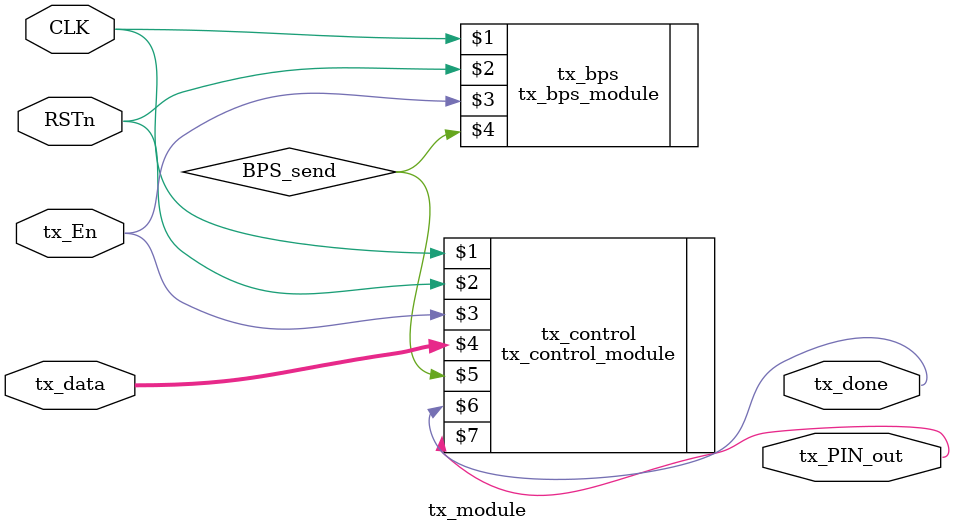
<source format=v>
`timescale 1ns / 1ps


module tx_module(
    input CLK,
    input RSTn,
    input [7:0] tx_data,
    input tx_En,
    output tx_PIN_out,
    output tx_done
    );
    
    wire BPS_send;
    tx_bps_module tx_bps(CLK,RSTn,tx_En,BPS_send);
    tx_control_module tx_control(CLK,RSTn,tx_En,tx_data,BPS_send,tx_done,tx_PIN_out);
endmodule

</source>
